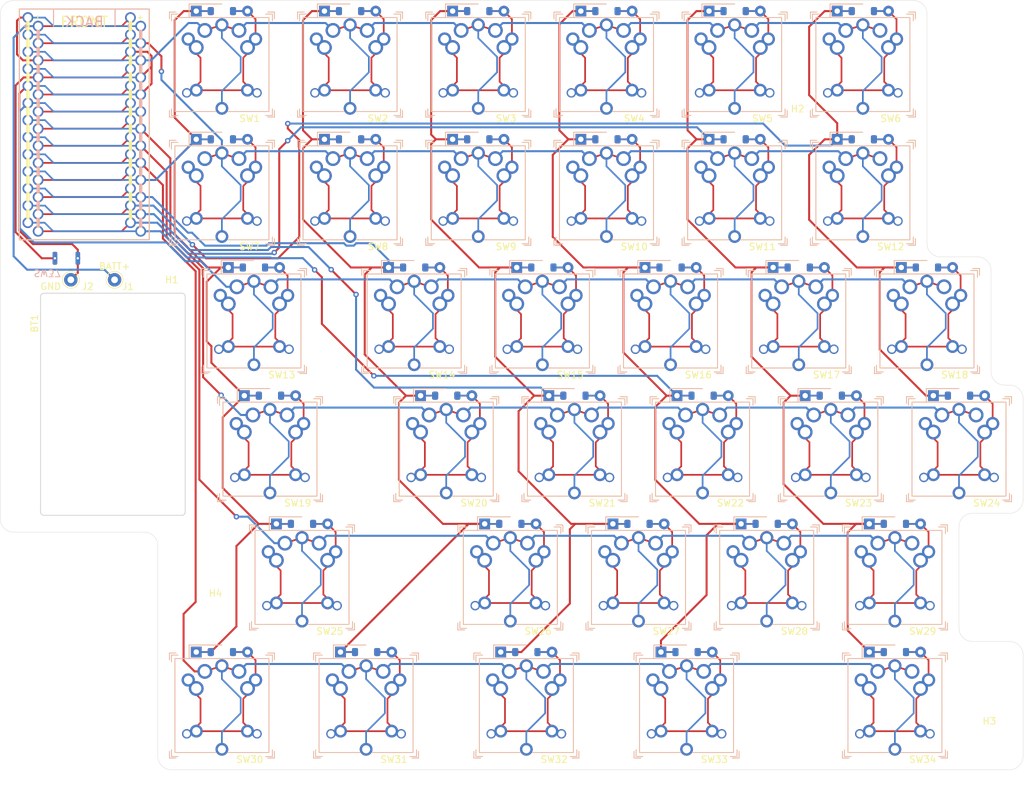
<source format=kicad_pcb>
(kicad_pcb (version 20240108) (generator "pcbnew") (generator_version "8.0")
  (layers (0 "F.Cu" signal) (31 "B.Cu" signal) (34 "B.Paste" user) (35 "F.Paste" user) (36 "B.SilkS" user "B.Silkscreen") (37 "F.SilkS" user "F.Silkscreen") (38 "B.Mask" user) (39 "F.Mask" user) (44 "Edge.Cuts" user))
  (net 0 "")
  (net 1 "/COL 5")
  (net 2 "/COL 4")
  (net 3 "/COL 3")
  (net 4 "/COL 2")
  (net 5 "/COL 1")
  (net 6 "/COL 0")
  (net 7 "/ROW 0")
  (net 8 "/ROW 1")
  (net 9 "/ROW 2")
  (net 10 "/ROW 4")
  (net 11 "/ROW 5")
  (net 12 "GND")
  (net 13 "Net-(U1-RST)")
  (net 14 "/ROW 3")
  (net 16 "+BATT")
  (net 19 "VCC")
  (footprint "Keyboard_CS:SW_UNIVERSAL_1.25u_PCB" (layer "F.Cu") (at 98.05095 121.0708)
    (property "Reference" "SW32")
    (property "Value" "~")
  )
  (footprint "Keyboard_CS:SW_UNIVERSAL_1.00u_PCB" (layer "F.Cu") (at 133.7697 102.0208)
    (property "Reference" "SW28")
    (property "Value" "~")
  )
  (footprint "Keyboard_CS:SW_UNIVERSAL_1.00u_PCB" (layer "F.Cu") (at 129.0072 44.8708)
    (property "Reference" "SW11")
    (property "Value" "~")
  )
  (footprint "Keyboard_CS:SW_UNIVERSAL_1.00u_PCB" (layer "F.Cu") (at 86.1447 82.9708)
    (property "Reference" "SW20")
    (property "Value" "~")
  )
  (footprint "Keyboard_CS:SW_UNIVERSAL_1.00u_PCB" (layer "F.Cu") (at 90.9072 44.8708)
    (property "Reference" "SW9")
    (property "Value" "~")
  )
  (footprint "Keyboard_CS:SW_UNIVERSAL_1.00u_PCB" (layer "F.Cu") (at 152.8197 102.0208)
    (property "Reference" "SW29")
    (property "Value" "~")
  )
  (footprint "Keyboard_CS:SW_UNIVERSAL_1.00u_PCB" (layer "F.Cu") (at 157.5822 63.9208)
    (property "Reference" "SW18")
    (property "Value" "~")
  )
  (footprint "Keyboard_CS:SW_UNIVERSAL_1.00u_PCB" (layer "F.Cu") (at 105.1947 82.9708)
    (property "Reference" "SW21")
    (property "Value" "~")
  )
  (footprint "Connector_Pin:Pin_D1.0mm_L10.0mm" (layer "F.Cu") (at 30.3582 57.7958)
    (property "Reference" "J2")
    (property "Value" "Conn_01x01_Pin")
  )
  (footprint "Keyboard_CS:SW_UNIVERSAL_1.00u_PCB" (layer "F.Cu") (at 90.9072 25.8208)
    (property "Reference" "SW3")
    (property "Value" "~")
  )
  (footprint "Keyboard_CS:SW_UNIVERSAL_2.00u_PCB" (layer "F.Cu") (at 152.8197 121.0708)
    (property "Reference" "SW34")
    (property "Value" "~")
  )
  (footprint "Keyboard_CS:SW_UNIVERSAL_1.00u_PCB" (layer "F.Cu") (at 81.3822 63.9208)
    (property "Reference" "SW14")
    (property "Value" "~")
  )
  (footprint "Keyboard_CS:SW_UNIVERSAL_1.00u_PCB" (layer "F.Cu") (at 109.9572 44.8708)
    (property "Reference" "SW10")
    (property "Value" "~")
  )
  (footprint "Keyboard_CS:SW_UNIVERSAL_1.00u_PCB" (layer "F.Cu") (at 100.4322 63.9208)
    (property "Reference" "SW15")
    (property "Value" "~")
  )
  (footprint "Keyboard_CS:SW_UNIVERSAL_1.00u_PCB" (layer "F.Cu") (at 114.7197 102.0208)
    (property "Reference" "SW27")
    (property "Value" "~")
  )
  (footprint "Keyboard_CS:SW_UNIVERSAL_1.00u_PCB" (layer "F.Cu") (at 71.8572 44.8708)
    (property "Reference" "SW8")
    (property "Value" "~")
  )
  (footprint "Keyboard_CS:SW_UNIVERSAL_1.25u_PCB" (layer "F.Cu") (at 121.86345 121.0708)
    (property "Reference" "SW33")
    (property "Value" "~")
  )
  (footprint "Keyboard_CS:SW_UNIVERSAL_1.00u_PCB" (layer "F.Cu") (at 52.8072 121.0708)
    (property "Reference" "SW30")
    (property "Value" "~")
  )
  (footprint "Keyboard_CS:SW_UNIVERSAL_1.00u_PCB" (layer "F.Cu") (at 109.9572 25.8208)
    (property "Reference" "SW4")
    (property "Value" "~")
  )
  (footprint "Keyboard_CS:SW_UNIVERSAL_2.25u_PCB" (layer "F.Cu") (at 64.71345 102.0208)
    (property "Reference" "SW25")
    (property "Value" "~")
  )
  (footprint "Keyboard_CS:SW_UNIVERSAL_1.00u_PCB" (layer "F.Cu") (at 138.5322 63.9208)
    (property "Reference" "SW17")
    (property "Value" "~")
  )
  (footprint "Keyboard_CS:SW_UNIVERSAL_1.00u_PCB" (layer "F.Cu") (at 95.6697 102.0208)
    (property "Reference" "SW26")
    (property "Value" "~")
  )
  (footprint "MountingHole:MountingHole_2.2mm_M2_DIN965" (layer "F.Cu") (at 51.8582 107.2958)
    (property "Reference" "H4")
    (property "Value" "MountingHole")
  )
  (footprint "MountingHole:MountingHole_2.2mm_M2_DIN965" (layer "F.Cu") (at 166.8582 126.2958)
    (property "Reference" "H3")
    (property "Value" "MountingHole")
  )
  (footprint "Keyboard_CS:SW_UNIVERSAL_1.00u_PCB" (layer "F.Cu") (at 148.0572 44.8708)
    (property "Reference" "SW12")
    (property "Value" "~")
  )
  (footprint "MountingHole:MountingHole_2.2mm_M2_DIN965" (layer "F.Cu") (at 41.8582 56.2958)
    (property "Reference" "H1")
    (property "Value" "MountingHole")
  )
  (footprint "Keyboard_CS:SW_UNIVERSAL_1.00u_PCB" (layer "F.Cu") (at 71.8572 25.8208)
    (property "Reference" "SW2")
    (property "Value" "~")
  )
  (footprint "Keyboard_CS:503020 battery hole" (layer "F.Cu") (at 25.8582 59.7958)
    (property "Reference" "BT1")
    (property "Value" "Battery_no_pin")
    (fp_line (start 0 32.5) (end 0 0.5) (stroke (width 0.12)) (layer "Edge.Cuts"))
    (fp_line (start 0.5 0) (end 21 0) (stroke (width 0.12)) (layer "Edge.Cuts"))
    (fp_line (start 21 33) (end 0.5 33) (stroke (width 0.12)) (layer "Edge.Cuts"))
    (fp_line (start 21.5 0.5) (end 21.5 32.5) (stroke (width 0.12)) (layer "Edge.Cuts"))
    (fp_arc (start 0 0.5) (mid 0.146447 0.146447) (end 0.5 0) (stroke (width 0.12)) (layer "Edge.Cuts"))
    (fp_arc (start 0.5 33) (mid 0.146447 32.853553) (end 0 32.5) (stroke (width 0.12)) (layer "Edge.Cuts"))
    (fp_arc (start 21 0) (mid 21.353553 0.146447) (end 21.5 0.5) (stroke (width 0.12)) (layer "Edge.Cuts"))
    (fp_arc (start 21.5 32.5) (mid 21.353553 32.853553) (end 21 33) (stroke (width 0.12)) (layer "Edge.Cuts"))
  )
  (footprint "Keyboard_CS:SW_UNIVERSAL_1.00u_PCB" (layer "F.Cu") (at 148.0572 25.8208)
    (property "Reference" "SW6")
    (property "Value" "~")
  )
  (footprint "Keyboard_CS:SW_UNIVERSAL_1.00u_PCB" (layer "F.Cu") (at 129.0072 25.8208)
    (property "Reference" "SW5")
    (property "Value" "~")
  )
  (footprint "Keyboard_CS:SW_UNIVERSAL_1.00u_PCB" (layer "F.Cu") (at 162.3447 82.9708)
    (property "Reference" "SW24")
    (property "Value" "~")
  )
  (footprint "Keyboard_CS:ProMicro_DUAL" (layer "F.Cu") (at 32.3602 35.3458 -90)
    (property "Reference" "U1" (hide yes))
    (property "Value" "~")
  )
  (footprint "Keyboard_CS:SW_UNIVERSAL_1.25u_PCB" (layer "F.Cu") (at 74.23845 121.0708)
    (property "Reference" "SW31")
    (property "Value" "~")
  )
  (footprint "Keyboard_CS:SW_UNIVERSAL_1.00u_PCB" (layer "F.Cu") (at 124.2447 82.9708)
    (property "Reference" "SW22")
    (property "Value" "~")
  )
  (footprint "Keyboard_CS:SW_UNIVERSAL_1.00u_PCB" (layer "F.Cu") (at 52.8072 25.8208)
    (property "Reference" "SW1")
    (property "Value" "~")
  )
  (footprint "Keyboard_CS:SW_UNIVERSAL_1.50u_PCB" (layer "F.Cu") (at 57.5697 63.9208)
    (property "Reference" "SW13")
    (property "Value" "~")
  )
  (footprint "Connector_Pin:Pin_D1.0mm_L10.0mm" (layer "F.Cu") (at 36.8582 57.7958)
    (property "Reference" "J1")
    (property "Value" "Conn_01x01_Pin")
  )
  (footprint "Keyboard_CS:SW_UNIVERSAL_1.00u_PCB" (layer "F.Cu") (at 119.4822 63.9208)
    (property "Reference" "SW16")
    (property "Value" "~")
  )
  (footprint "Keyboard_CS:SW_UNIVERSAL_1.00u_PCB" (layer "F.Cu") (at 143.2947 82.9708)
    (property "Reference" "SW23")
    (property "Value" "~")
  )
  (footprint "MountingHole:MountingHole_2.2mm_M2_DIN965" (layer "F.Cu") (at 138.3582 35.2958)
    (property "Reference" "H2")
    (property "Value" "MountingHole")
  )
  (footprint "Keyboard_CS:SW_UNIVERSAL_1.75u_PCB" (layer "F.Cu") (at 59.95095 82.9708)
    (property "Reference" "SW19")
    (property "Value" "~")
  )
  (footprint "Keyboard_CS:SW_UNIVERSAL_1.00u_PCB" (layer "F.Cu") (at 52.8072 44.8708)
    (property "Reference" "SW7")
    (property "Value" "~")
  )
  (footprint "Keyboard_CS:Reset_Switch" (layer "B.Cu") (at 29.6932 54.6008)
    (property "Reference" "SW37")
    (property "Value" "SW_Push")
  )
  (gr_line (start 162.3447 94.4958) (end 162.3447 109.5458) (stroke (width 0.05)) (layer "Edge.Cuts"))
  (gr_line (start 169.8697 73.4458) (end 169.1072 73.4458) (stroke (width 0.05)) (layer "Edge.Cuts"))
  (gr_arc (start 155.5822 16.2958) (mid 156.996414 16.881586) (end 157.5822 18.2958) (stroke (width 0.05)) (layer "Edge.Cuts"))
  (gr_line (start 45.2822 130.5958) (end 169.8697 130.5958) (stroke (width 0.05)) (layer "Edge.Cuts"))
  (gr_arc (start 171.8697 128.5958) (mid 171.283914 130.010014) (end 169.8697 130.5958) (stroke (width 0.05)) (layer "Edge.Cuts"))
  (gr_arc (start 41.2822 95.2958) (mid 42.696414 95.881586) (end 43.2822 97.2958) (stroke (width 0.05)) (layer "Edge.Cuts"))
  (gr_line (start 43.2822 128.5958) (end 43.2822 97.2958) (stroke (width 0.05)) (layer "Edge.Cuts"))
  (gr_arc (start 169.1072 73.4458) (mid 167.692986 72.860014) (end 167.1072 71.4458) (stroke (width 0.05)) (layer "Edge.Cuts"))
  (gr_arc (start 162.3447 94.4958) (mid 162.930486 93.081586) (end 164.3447 92.4958) (stroke (width 0.05)) (layer "Edge.Cuts"))
  (gr_arc (start 169.8697 73.4458) (mid 171.283914 74.031586) (end 171.8697 75.4458) (stroke (width 0.05)) (layer "Edge.Cuts"))
  (gr_line (start 21.8582 95.2958) (end 41.2822 95.2958) (stroke (width 0.05)) (layer "Edge.Cuts"))
  (gr_arc (start 164.3447 111.5458) (mid 162.930486 110.960014) (end 162.3447 109.5458) (stroke (width 0.05)) (layer "Edge.Cuts"))
  (gr_line (start 171.8697 113.5458) (end 171.8697 128.5958) (stroke (width 0.05)) (layer "Edge.Cuts"))
  (gr_line (start 157.5822 18.2958) (end 157.5822 52.3958) (stroke (width 0.05)) (layer "Edge.Cuts"))
  (gr_line (start 169.8697 92.4958) (end 164.3447 92.4958) (stroke (width 0.05)) (layer "Edge.Cuts"))
  (gr_arc (start 19.8582 18.2958) (mid 20.443986 16.881586) (end 21.8582 16.2958) (stroke (width 0.05)) (layer "Edge.Cuts"))
  (gr_arc (start 45.2822 130.5958) (mid 43.867986 130.010014) (end 43.2822 128.5958) (stroke (width 0.05)) (layer "Edge.Cuts"))
  (gr_line (start 167.1072 56.3958) (end 167.1072 71.4458) (stroke (width 0.05)) (layer "Edge.Cuts"))
  (gr_line (start 159.5822 54.3958) (end 165.1072 54.3958) (stroke (width 0.05)) (layer "Edge.Cuts"))
  (gr_line (start 19.8582 18.2958) (end 19.8582 93.2958) (stroke (width 0.05)) (layer "Edge.Cuts"))
  (gr_line (start 171.8697 75.4458) (end 171.8697 90.4958) (stroke (width 0.05)) (layer "Edge.Cuts"))
  (gr_arc (start 169.8697 111.5458) (mid 171.283914 112.131586) (end 171.8697 113.5458) (stroke (width 0.05)) (layer "Edge.Cuts"))
  (gr_arc (start 21.8582 95.2958) (mid 20.443986 94.710014) (end 19.8582 93.2958) (stroke (width 0.05)) (layer "Edge.Cuts"))
  (gr_arc (start 159.5822 54.3958) (mid 158.167986 53.810014) (end 157.5822 52.3958) (stroke (width 0.05)) (layer "Edge.Cuts"))
  (gr_line (start 155.5822 16.2958) (end 21.8582 16.2958) (stroke (width 0.05)) (layer "Edge.Cuts"))
  (gr_line (start 164.3447 111.5458) (end 169.8697 111.5458) (stroke (width 0.05)) (layer "Edge.Cuts"))
  (gr_arc (start 165.1072 54.3958) (mid 166.521414 54.981586) (end 167.1072 56.3958) (stroke (width 0.05)) (layer "Edge.Cuts"))
  (gr_arc (start 171.8697 90.4958) (mid 171.283914 91.910014) (end 169.8697 92.4958) (stroke (width 0.05)) (layer "Edge.Cuts"))
  (gr_text "GND" (at 27.3582 58.7958 0) (layer "F.SilkS") (effects (font (size 1 1))))
  (gr_text "BATT+" (at 36.8582 55.7958 0) (layer "F.SilkS") (effects (font (size 1 1))))
  (segment (start 150.5813 56.6697) (end 151.2802 55.9708) (width 0.3) (layer "F.Cu") (net 1))
  (segment (start 50.460425 54.602921) (end 61.141079 54.602921) (width 0.3) (layer "F.Cu") (net 1))
  (segment (start 142.3902 17.8708) (end 144.2472 17.8708) (width 0.3) (layer "F.Cu") (net 1))
  (segment (start 144.2472 34.5278) (end 140.0764 30.357) (width 0.3) (layer "F.Cu") (net 1))
  (segment (start 64.3023 51.4417) (end 64.3023 37.0269) (width 0.3) (layer "F.Cu") (net 1))
  (segment (start 62.6002 35.3248) (end 62.6002 34.5838) (width 0.3) (layer "F.Cu") (net 1))
  (segment (start 157.4347 75.0208) (end 150.5813 68.1674) (width 0.3) (layer "F.Cu") (net 1))
  (segment (start 140.0764 20.1846) (end 142.3902 17.8708) (width 0.3) (layer "F.Cu") (net 1))
  (segment (start 64.3023 37.0269) (end 62.6002 35.3248) (width 0.3) (layer "F.Cu") (net 1))
  (segment (start 140.0764 39.2346) (end 142.3902 36.9208) (width 0.3) (layer "F.Cu") (net 1))
  (segment (start 150.5813 68.1674) (end 150.5813 56.6697) (width 0.3) (layer "F.Cu") (net 1))
  (segment (start 140.0764 30.357) (end 140.0764 20.1846) (width 0.3) (layer "F.Cu") (net 1))
  (segment (start 48.432304 52.5748) (end 50.460425 54.602921) (width 0.3) (layer "F.Cu") (net 1))
  (segment (start 140.0764 48.8816) (end 140.0764 39.2346) (width 0.3) (layer "F.Cu") (net 1))
  (segment (start 144.2472 36.9208) (end 144.2472 34.5278) (width 0.3) (layer "F.Cu") (net 1))
  (segment (start 142.3902 36.9208) (end 144.2472 36.9208) (width 0.3) (layer "F.Cu") (net 1))
  (segment (start 61.141079 54.602921) (end 64.3023 51.4417) (width 0.3) (layer "F.Cu") (net 1))
  (segment (start 158.5347 75.0208) (end 157.4347 75.0208) (width 0.3) (layer "F.Cu") (net 1))
  (segment (start 153.7722 55.9708) (end 147.1656 55.9708) (width 0.3) (layer "F.Cu") (net 1))
  (segment (start 147.1656 55.9708) (end 140.0764 48.8816) (width 0.3) (layer "F.Cu") (net 1))
  (segment (start 151.2802 55.9708) (end 153.7722 55.9708) (width 0.3) (layer "F.Cu") (net 1))
  (via (at 62.6002 34.5838) (size 0.8) (drill 0.4) (layers "F.Cu" "B.Cu") (net 1))
  (via (at 48.432304 52.5748) (size 0.8) (drill 0.4) (layers "F.Cu" "B.Cu") (net 1))
  (segment (start 143.311079 37.856921) (end 144.2472 36.9208) (width 0.3) (layer "B.Cu") (net 1))
  (segment (start 48.432304 52.5748) (end 42.633304 46.7758) (width 0.3) (layer "B.Cu") (net 1))
  (segment (start 42.633304 46.7758) (end 39.2182 46.7758) (width 0.3) (layer "B.Cu") (net 1))
  (segment (start 62.6002 34.5838) (end 133.239826 34.5838) (width 0.3) (layer "B.Cu") (net 1))
  (segment (start 133.239826 34.5838) (end 136.512947 37.856921) (width 0.3) (layer "B.Cu") (net 1))
  (segment (start 136.512947 37.856921) (end 143.311079 37.856921) (width 0.3) (layer "B.Cu") (net 1))
  (segment (start 122.0063 38.2547) (end 122.0063 48.851192) (width 0.3) (layer "F.Cu") (net 2))
  (segment (start 131.5313 69.2419) (end 137.3102 75.0208) (width 0.3) (layer "F.Cu") (net 2))
  (segment (start 137.3102 75.0208) (end 136.2938 76.0372) (width 0.3) (layer "F.Cu") (net 2))
  (segment (start 129.125908 55.9708) (end 134.7222 55.9708) (width 0.3) (layer "F.Cu") (net 2))
  (segment (start 145.8188 95.3072) (end 145.8188 109.9299) (width 0.3) (layer "F.Cu") (net 2))
  (segment (start 132.2302 55.9708) (end 131.5313 56.6697) (width 0.3) (layer "F.Cu") (net 2))
  (segment (start 139.4847 75.0208) (end 137.3102 75.0208) (width 0.3) (layer "F.Cu") (net 2))
  (segment (start 125.1972 36.9208) (end 123.3402 36.9208) (width 0.3) (layer "F.Cu") (net 2))
  (segment (start 125.1972 17.8708) (end 123.3402 17.8708) (width 0.3) (layer "F.Cu") (net 2))
  (segment (start 61.3302 53.010741) (end 61.3302 38.3798) (width 0.3) (layer "F.Cu") (net 2))
  (segment (start 122.0063 48.851192) (end 129.125908 55.9708) (width 0.3) (layer "F.Cu") (net 2))
  (segment (start 123.3402 17.8708) (end 122.0063 19.2047) (width 0.3) (layer "F.Cu") (net 2))
  (segment (start 60.590468 53.750473) (end 61.3302 53.010741) (width 0.3) (layer "F.Cu") (net 2))
  (segment (start 61.3302 38.3798) (end 62.5862 37.1238) (width 0.3) (layer "F.Cu") (net 2))
  (segment (start 123.3402 36.9208) (end 122.0063 38.2547) (width 0.3) (layer "F.Cu") (net 2))
  (segment (start 136.2938 76.0372) (end 136.2938 88.1694) (width 0.3) (layer "F.Cu") (net 2))
  (segment (start 122.0063 19.2047) (end 122.0063 35.5869) (width 0.3) (layer "F.Cu") (net 2))
  (segment (start 145.8188 109.9299) (end 149.0097 113.1208) (width 0.3) (layer "F.Cu") (net 2))
  (segment (start 136.2938 88.1694) (end 142.1952 94.0708) (width 0.3) (layer "F.Cu") (net 2))
  (segment (start 142.1952 94.0708) (end 149.0097 94.0708) (width 0.3) (layer "F.Cu") (net 2))
  (segment (start 147.0552 94.0708) (end 145.8188 95.3072) (width 0.3) (layer "F.Cu") (net 2))
  (segment (start 134.7222 55.9708) (end 132.2302 55.9708) (width 0.3) (layer "F.Cu") (net 2))
  (segment (start 122.0063 35.5869) (end 123.3402 36.9208) (width 0.3) (layer "F.Cu") (net 2))
  (segment (start 149.0097 94.0708) (end 147.0552 94.0708) (width 0.3) (layer "F.Cu") (net 2))
  (segment (start 131.5313 56.6697) (end 131.5313 69.2419) (width 0.3) (layer "F.Cu") (net 2))
  (via (at 62.5862 37.1238) (size 0.8) (drill 0.4) (layers "F.Cu" "B.Cu") (net 2))
  (via (at 60.590468 53.750473) (size 0.8) (drill 0.4) (layers "F.Cu" "B.Cu") (net 2))
  (segment (start 62.5862 37.1238) (end 64.5722 35.1378) (width 0.3) (layer "B.Cu") (net 2))
  (segment (start 64.5722 35.1378) (end 123.4142 35.1378) (width 0.3) (layer "B.Cu") (net 2))
  (segment (start 60.590468 53.750473) (end 60.408141 53.9328) (width 0.3) (layer "B.Cu") (net 2))
  (segment (start 47.813094 53.9328) (end 43.196094 49.3158) (width 0.3) (layer "B.Cu") (net 2))
  (segment (start 123.4142 35.1378) (end 125.1972 36.9208) (width 0.3) (layer "B.Cu") (net 2))
  (segment (start 60.408141 53.9328) (end 47.813094 53.9328) (width 0.3) (layer "B.Cu") (net 2))
  (segment (start 43.196094 49.3158) (end 39.2182 49.3158) (width 0.3) (layer "B.Cu") (net 2))
  (segment (start 104.9252 17.8708) (end 106.1472 17.8708) (width 0.3) (layer "F.Cu") (net 3))
  (segment (start 112.4813 68.6069) (end 112.4813 56.6697) (width 0.3) (layer "F.Cu") (net 3))
  (segment (start 126.5152 94.0708) (end 129.9597 94.0708) (width 0.3) (layer "F.Cu") (net 3))
  (segment (start 129.9597 94.0708) (end 123.754304 94.0708) (width 0.3) (layer "F.Cu") (net 3))
  (segment (start 112.4813 56.6697) (end 113.1802 55.9708) (width 0.3) (layer "F.Cu") (net 3))
  (segment (start 118.05345 111.42255) (end 124.8364 104.6396) (width 0.3) (layer "F.Cu") (net 3))
  (segment (start 118.8952 75.0208) (end 112.4813 68.6069) (width 0.3) (layer "F.Cu") (net 3))
  (segment (start 106.5256 55.9708) (end 101.9764 51.4216) (width 0.3) (layer "F.Cu") (net 3))
  (segment (start 117.2164 87.532896) (end 117.2164 76.6996) (width 0.3) (layer "F.Cu") (net 3))
  (segment (start 67.6662 57.411656) (end 67.6662 64.345951) (width 0.3) (layer "F.Cu") (net 3))
  (segment (start 101.9764 39.2346) (end 104.2902 36.9208) (width 0.3) (layer "F.Cu") (net 3))
  (segment (start 123.754304 94.0708) (end 117.2164 87.532896) (width 0.3) (layer "F.Cu") (net 3))
  (segment (start 113.1802 55.9708) (end 115.6722 55.9708) (width 0.3) (layer "F.Cu") (net 3))
  (segment (start 124.8364 104.6396) (end 124.8364 95.7496) (width 0.3) (layer "F.Cu") (net 3))
  (segment (start 104.2902 36.9208) (end 102.9563 35.5869) (width 0.3) (layer "F.Cu") (net 3))
  (segment (start 115.6722 55.9708) (end 106.5256 55.9708) (width 0.3) (layer "F.Cu") (net 3))
  (segment (start 104.2902 36.9208) (end 106.1472 36.9208) (width 0.3) (layer "F.Cu") (net 3))
  (segment (start 66.584807 56.330263) (end 67.6662 57.411656) (width 0.3) (layer "F.Cu") (net 3))
  (segment (start 118.05345 113.1208) (end 118.05345 111.42255) (width 0.3) (layer "F.Cu") (net 3))
  (segment (start 67.6662 64.345951) (end 75.391866 72.071617) (width 0.3) (layer "F.Cu") (net 3))
  (segment (start 101.9764 51.4216) (end 101.9764 39.2346) (width 0.3) (layer "F.Cu") (net 3))
  (segment (start 124.8364 95.7496) (end 126.5152 94.0708) (width 0.3) (layer "F.Cu") (net 3))
  (segment (start 102.9563 19.8397) (end 104.9252 17.8708) (width 0.3) (layer "F.Cu") (net 3))
  (segment (start 117.2164 76.6996) (end 118.8952 75.0208) (width 0.3) (layer "F.Cu") (net 3))
  (segment (start 118.8952 75.0208) (end 120.4347 75.0208) (width 0.3) (layer "F.Cu") (net 3))
  (segment (start 102.9563 35.5869) (end 102.9563 19.8397) (width 0.3) (layer "F.Cu") (net 3))
  (via (at 75.391866 72.071617) (size 0.8) (drill 0.4) (layers "F.Cu" "B.Cu") (net 3))
  (via (at 66.584807 56.330263) (size 0.8) (drill 0.4) (layers "F.Cu" "B.Cu") (net 3))
  (segment (start 60.137246 54.5868) (end 64.841344 54.5868) (width 0.3) (layer "B.Cu") (net 3))
  (segment (start 47.58362 54.4868) (end 60.037246 54.4868) (width 0.3) (layer "B.Cu") (net 3))
  (segment (start 60.037246 54.4868) (end 60.137246 54.5868) (width 0.3) (layer "B.Cu") (net 3))
  (segment (start 43.682616 50.585796) (end 47.58362 54.4868) (width 0.3) (layer "B.Cu") (net 3))
  (segment (start 64.841344 54.5868) (end 66.584807 56.330263) (width 0.3) (layer "B.Cu") (net 3))
  (segment (start 117.485517 72.071617) (end 120.4347 75.0208) (width 0.3) (layer "B.Cu") (net 3))
  (segment (start 40.7422 50.585796) (end 43.682616 50.585796) (width 0.3) (layer "B.Cu") (net 3))
  (segment (start 75.391866 72.071617) (end 117.485517 72.071617) (width 0.3) (layer "B.Cu") (net 3))
  (segment (start 83.9063 48.851192) (end 91.025908 55.9708) (width 0.3) (layer "F.Cu") (net 4))
  (segment (start 104.5164 94.867808) (end 104.5164 105.9096) (width 0.3) (layer "F.Cu") (net 4))
  (segment (start 91.025908 55.9708) (end 96.6222 55.9708) (width 0.3) (layer "F.Cu") (net 4))
  (segment (start 94.1302 55.9708) (end 93.4313 56.6697) (width 0.3) (layer "F.Cu") (net 4))
  (segment (start 96.8964 77.3346) (end 96.8964 86.262896) (width 0.3) (layer "F.Cu") (net 4))
  (segment (start 93.4313 69.2419) (end 99.2102 75.0208) (width 0.3) (layer "F.Cu") (net 4))
  (segment (start 83.9063 37.6197) (end 83.9063 48.851192) (width 0.3) (layer "F.Cu") (net 4))
  (segment (start 87.0972 17.8708) (end 85.2402 17.8708) (width 0.3) (layer "F.Cu") (net 4))
  (segment (start 105.313408 94.0708) (end 104.5164 94.867808) (width 0.3) (layer "F.Cu") (net 4))
  (segment (start 69.0492 56.2868) (end 72.7462 59.9838) (width 0.3) (layer "F.Cu") (net 4))
  (segment (start 87.0972 36.9208) (end 84.6052 36.9208) (width 0.3) (layer "F.Cu") (net 4))
  (segment (start 104.5164 105.9096) (end 97.3052 113.1208) (width 0.3) (layer "F.Cu") (net 4))
  (segment (start 96.8964 86.262896) (end 104.704304 94.0708) (width 0.3) (layer "F.Cu") (net 4))
  (segment (start 101.3847 75.0208) (end 99.2102 75.0208) (width 0.3) (layer "F.Cu") (net 4))
  (segment (start 85.2402 17.8708) (end 83.9063 19.2047) (width 0.3) (layer "F.Cu") (net 4))
  (segment (start 99.2102 75.0208) (end 96.8964 77.3346) (width 0.3) (layer "F.Cu") (net 4))
  (segment (start 104.704304 94.0708) (end 105.313408 94.0708) (width 0.3) (layer "F.Cu") (net 4))
  (segment (start 105.313408 94.0708) (end 110.9097 94.0708) (width 0.3) (layer "F.Cu") (net 4))
  (segment (start 83.9063 36.2219) (end 84.6052 36.9208) (width 0.3) (layer "F.Cu") (net 4))
  (segment (start 83.9063 19.2047) (end 83.9063 36.2219) (width 0.3) (layer "F.Cu") (net 4))
  (segment (start 97.3052 113.1208) (end 96.40095 113.1208) (width 0.3) (layer "F.Cu") (net 4))
  (segment (start 96.6222 55.9708) (end 94.1302 55.9708) (width 0.3) (layer "F.Cu") (net 4))
  (segment (start 93.4313 56.6697) (end 93.4313 69.2419) (width 0.3) (layer "F.Cu") (net 4))
  (segment (start 84.6052 36.9208) (end 83.9063 37.6197) (width 0.3) (layer "F.Cu") (net 4))
  (via (at 69.0492 56.2868) (size 0.8) (drill 0.4) (layers "F.Cu" "B.Cu") (net 4))
  (via (at 72.7462 59.9838) (size 0.8) (drill 0.4) (layers "F.Cu" "B.Cu") (net 4))
  (segment (start 69.0492 56.2868) (end 65.690999 52.928599) (width 0.3) (layer "B.Cu") (net 4))
  (segment (start 72.7462 59.9838) (end 72.7462 71.14687) (width 0.3) (layer "B.Cu") (net 4))
  (segment (start 100.1807 73.8168) (end 101.3847 75.0208) (width 0.3) (layer "B.Cu") (net 4))
  (segment (start 72.7462 71.14687) (end 75.41613 73.8168) (width 0.3) (layer "B.Cu") (net 4))
  (segment (start 60.100902 52.928599) (end 59.650701 53.3788) (width 0.3) (layer "B.Cu") (net 4))
  (segment (start 65.690999 52.928599) (end 60.100902 52.928599) (width 0.3) (layer "B.Cu") (net 4))
  (segment (start 42.709564 48.045796) (end 40.7422 48.045796) (width 0.3) (layer "B.Cu") (net 4))
  (segment (start 48.042568 53.3788) (end 42.709564 48.045796) (width 0.3) (layer "B.Cu") (net 4))
  (segment (start 59.650701 53.3788) (end 48.042568 53.3788) (width 0.3) (layer "B.Cu") (net 4))
  (segment (start 75.41613 73.8168) (end 100.1807 73.8168) (width 0.3) (layer "B.Cu") (net 4))
  (segment (start 66.1902 17.8708) (end 68.0472 17.8708) (width 0.3) (layer "F.Cu") (net 5))
  (segment (start 64.8563 19.2047) (end 66.1902 17.8708) (width 0.3) (layer "F.Cu") (net 5))
  (segment (start 74.0364 57.0146) (end 75.0802 55.9708) (width 0.3) (layer "F.Cu") (net 5))
  (segment (start 80.1602 75.0208) (end 74.0364 68.897) (width 0.3) (layer "F.Cu") (net 5))
  (segment (start 71.975908 55.9708) (end 64.8563 48.851192) (width 0.3) (layer "F.Cu") (net 5))
  (segment (start 79.1164 87.532896) (end 79.1164 76.0646) (width 0.3) (layer "F.Cu") (net 5))
  (segment (start 64.8563 35.5869) (end 64.8563 19.2047) (width 0.3) (layer "F.Cu") (net 5))
  (segment (start 66.1902 36.9208) (end 64.8563 35.5869) (width 0.3) (layer "F.Cu") (net 5))
  (segment (start 79.1164 76.0646) (end 80.1602 75.0208) (width 0.3) (layer "F.Cu") (net 5))
  (segment (start 64.8563 48.851192) (end 64.8563 38.2547) (width 0.3) (layer "F.Cu") (net 5))
  (segment (start 85.654304 94.0708) (end 79.1164 87.532896) (width 0.3) (layer "F.Cu") (net 5))
  (segment (start 66.1902 36.9208) (end 68.0472 36.9208) (width 0.3) (layer "F.Cu") (net 5))
  (segment (start 80.1602 75.0208) (end 82.3347 75.0208) (width 0.3) (layer "F.Cu") (net 5))
  (segment (start 89.47845 94.0708) (end 91.8597 94.0708) (width 0.3) (layer "F.Cu") (net 5))
  (segment (start 77.5722 55.9708) (end 71.975908 55.9708) (width 0.3) (layer "F.Cu") (net 5))
  (segment (start 74.0364 68.897) (end 74.0364 57.0146) (width 0.3) (layer "F.Cu") (net 5))
  (segment (start 64.8563 38.2547) (end 66.1902 36.9208) (width 0.3) (layer "F.Cu") (net 5))
  (segment (start 91.8597 94.0708) (end 85.654304 94.0708) (width 0.3) (layer "F.Cu") (net 5))
  (segment (start 70.42845 113.1208) (end 89.47845 94.0708) (width 0.3) (layer "F.Cu") (net 5))
  (segment (start 75.0802 55.9708) (end 77.5722 55.9708) (width 0.3) (layer "F.Cu") (net 5))
  (segment (start 48.3582 50.7958) (end 50.2872 52.7248) (width 0.3) (layer "B.Cu") (net 5))
  (segment (start 71.296354 52.7248) (end 72.418046 52.7248) (width 0.3) (layer "B.Cu") (net 5))
  (segment (start 72.418046 52.7248) (end 72.779046 52.3638) (width 0.3) (layer "B.Cu") (net 5))
  (segment (start 50.2872 52.7248) (end 59.439772 52.7248) (width 0.3) (layer "B.Cu") (net 5))
  (segment (start 47.750908 50.7958) (end 48.3582 50.7958) (width 0.3) (layer "B.Cu") (net 5))
  (segment (start 70.935354 52.3638) (end 71.296354 52.7248) (width 0.3) (layer "B.Cu") (net 5))
  (segment (start 75.0882 52.3638) (end 77.5722 54.8478) (width 0.3) (layer "B.Cu") (net 5))
  (segment (start 72.779046 52.3638) (end 75.0882 52.3638) (width 0.3) (layer "B.Cu") (net 5))
  (segment (start 77.5722 54.8478) (end 77.5722 55.9708) (width 0.3) (layer "B.Cu") (net 5))
  (segment (start 40.7422 45.505796) (end 42.460904 45.505796) (width 0.3) (layer "B.Cu") (net 5))
  (segment (start 59.439772 52.7248) (end 59.800772 52.3638) (width 0.3) (layer "B.Cu") (net 5))
  (segment (start 42.460904 45.505796) (end 47.750908 50.7958) (width 0.3) (layer "B.Cu") (net 5))
  (segment (start 59.800772 52.3638) (end 70.935354 52.3638) (width 0.3) (layer "B.Cu") (net 5))
  (segment (start 56.14095 75.0208) (end 52.95005 78.2117) (width 0.3) (layer "F.Cu") (net 6))
  (segment (start 51.2457 67.663508) (end 51.2457 70.12555) (width 0.3) (layer "F.Cu") (net 6))
  (segment (start 48.9972 17.8708) (end 47.1402 17.8708) (width 0.3) (layer "F.Cu") (net 6))
  (segment (start 50.691276 55.9708) (end 53.7597 55.9708) (width 0.3) (layer "F.Cu") (net 6))
  (segment (start 50.5688 58.0617) (end 50.5688 66.986608) (width 0.3) (layer "F.Cu") (net 6))
  (segment (start 47.628304 52.907828) (end 50.691276 55.9708) (width 0.3) (layer "F.Cu") (net 6))
  (segment (start 58.2656 94.0708) (end 60.90345 94.0708) (width 0.3) (layer "F.Cu") (net 6))
  (segment (start 45.8063 19.2047) (end 45.8063 33.7299) (width 0.3) (layer "F.Cu") (net 6))
  (segment (start 48.9972 36.9208) (end 45.8063 40.1117) (width 0.3) (layer "F.Cu") (net 6))
  (segment (start 47.628304 52.878263) (end 47.628304 52.907828) (width 0.3) (layer "F.Cu") (net 6))
  (segment (start 53.7597 55.9708) (end 52.6597 55.9708) (width 0.3) (layer "F.Cu") (net 6))
  (segment (start 52.6597 55.9708) (end 50.5688 58.0617) (width 0.3) (layer "F.Cu") (net 6))
  (segment (start 47.1402 17.8708) (end 45.8063 19.2047) (width 0.3) (layer "F.Cu") (net 6))
  (segment (start 54.9662 97.3702) (end 54.9662 109.3118) (width 0.3) (layer "F.Cu") (net 6))
  (segment (start 58.2656 94.0708) (end 54.9662 97.3702) (width 0.3) (layer "F.Cu") (net 6))
  (segment (start 52.95005 78.2117) (end 52.95005 88.75525) (width 0.3) (layer "F.Cu") (net 6))
  (segment (start 51.2457 70.12555) (end 56.14095 75.0208) (width 0.3) (layer "F.Cu") (net 6))
  (segment (start 45.8063 40.1117) (end 45.8063 51.056259) (width 0.3) (layer "F.Cu") (net 6))
  (segment (start 52.95005 88.75525) (end 58.2656 94.0708) (width 0.3) (layer "F.Cu") (net 6))
  (segment (start 45.8063 33.7299) (end 48.9972 36.9208) (width 0.3) (layer "F.Cu") (net 6))
  (segment (start 45.8063 51.056259) (end 47.628304 52.878263) (width 0.3) (layer "F.Cu") (net 6))
  (segment (start 50.5688 66.986608) (end 51.2457 67.663508) (width 0.3) (layer "F.Cu") (net 6))
  (segment (start 54.9662 109.3118) (end 51.1572 113.1208) (width 0.3) (layer "F.Cu") (net 6))
  (segment (start 42.952204 42.965796) (end 48.9972 36.9208) (width 0.3) (layer "B.Cu") (net 6))
  (segment (start 40.7422 42.965796) (end 42.952204 42.965796) (width 0.3) (layer "B.Cu") (net 6))
  (segment (start 113.597199 19.640801) (end 125.367201 19.640801) (width 0.3) (layer "B.Cu") (net 7))
  (segment (start 56.447199 19.640801) (end 55.3472 20.7408) (width 0.3) (layer "B.Cu") (net 7))
  (segment (start 49.167201 19.640801) (end 50.2672 20.7408) (width 0.3) (layer "B.Cu") (net 7))
  (segment (start 94.547199 19.640801) (end 93.4472 20.7408) (width 0.3) (layer "B.Cu") (net 7))
  (segment (start 88.3672 20.7408) (end 87.267201 19.640801) (width 0.3) (layer "B.Cu") (net 7))
  (segment (start 125.367201 19.640801) (end 126.4672 20.7408) (width 0.3) (layer "B.Cu") (net 7))
  (segment (start 132.647199 19.640801) (end 131.5472 20.7408) (width 0.3) (layer "B.Cu") (net 7))
  (segment (start 87.267201 19.640801) (end 75.497199 19.640801) (width 0.3) (layer "B.Cu") (net 7))
  (segment (start 75.497199 19.640801) (end 74.3972 20.7408) (width 0.3) (layer "B.Cu") (net 7))
  (segment (start 47.843199 19.640801) (end 49.167201 19.640801) (width 0.3) (layer "B.Cu") (net 7))
  (segment (start 106.317201 19.640801) (end 94.547199 19.640801) (width 0.3) (layer "B.Cu") (net 7))
  (segment (start 145.5172 20.7408) (end 144.417201 19.640801) (width 0.3) (layer "B.Cu") (net 7))
  (segment (start 69.3172 20.7408) (end 68.217201 19.640801) (width 0.3) (layer "B.Cu") (net 7))
  (segment (start 40.7422 25.185796) (end 42.298204 25.185796) (width 0.3) (layer "B.Cu") (net 7))
  (segment (start 42.298204 25.185796) (end 47.843199 19.640801) (width 0.3) (layer "B.Cu") (net 7))
  (segment (start 107.4172 20.7408) (end 106.317201 19.640801) (width 0.3) (layer "B.Cu") (net 7))
  (segment (start 68.217201 19.640801) (end 56.447199 19.640801) (width 0.3) (layer "B.Cu") (net 7))
  (segment (start 144.417201 19.640801) (end 132.647199 19.640801) (width 0.3) (layer "B.Cu") (net 7))
  (segment (start 112.4972 20.7408) (end 113.597199 19.640801) (width 0.3) (layer "B.Cu") (net 7))
  (segment (start 43.8222 26.8368) (end 43.8222 24.594426) (width 0.3) (layer "F.Cu") (net 8))
  (segment (start 41.87357 22.645796) (end 40.7422 22.645796) (width 0.3) (layer "F.Cu") (net 8))
  (segment (start 43.8222 24.594426) (end 41.87357 22.645796) (width 0.3) (layer "F.Cu") (net 8))
  (via (at 43.8222 26.8368) (size 0.8) (drill 0.4) (layers "F.Cu" "B.Cu") (net 8))
  (segment (start 52.8072 37.075026) (end 43.8222 28.090026) (width 0.3) (layer "B.Cu") (net 8))
  (segment (start 125.367201 38.690801) (end 126.4672 39.7908) (width 0.3) (layer "B.Cu") (net 8))
  (segment (start 106.317201 38.690801) (end 107.4172 39.7908) (width 0.3) (layer "B.Cu") (net 8))
  (segment (start 113.597199 38.690801) (end 125.367201 38.690801) (width 0.3) (layer "B.Cu") (net 8))
  (segment (start 144.417201 38.690801) (end 145.5172 39.7908) (width 0.3) (layer "B.Cu") (net 8))
  (segment (start 132.647199 38.690801) (end 144.417201 38.690801) (width 0.3) (layer "B.Cu") (net 8))
  (segment (start 112.4972 39.7908) (end 113.597199 38.690801) (width 0.3) (layer "B.Cu") (net 8))
  (segment (start 87.267201 38.690801) (end 88.3672 39.7908) (width 0.3) (layer "B.Cu") (net 8))
  (segment (start 68.217201 38.690801) (end 69.3172 39.7908) (width 0.3) (layer "B.Cu") (net 8))
  (segment (start 74.3972 39.7908) (end 75.497199 38.690801) (width 0.3) (layer "B.Cu") (net 8))
  (segment (start 43.8222 28.090026) (end 43.8222 26.8368) (width 0.3) (layer "B.Cu") (net 8))
  (segment (start 52.8072 38.9708) (end 52.8072 37.075026) (width 0.3) (layer "B.Cu") (net 8))
  (segment (start 75.497199 38.690801) (end 87.267201 38.690801) (width 0.3) (layer "B.Cu") (net 8))
  (segment (start 55.3472 39.7908) (end 56.447199 38.690801) (width 0.3) (layer "B.Cu") (net 8))
  (segment (start 131.5472 39.7908) (end 132.647199 38.690801) (width 0.3) (layer "B.Cu") (net 8))
  (segment (start 56.447199 38.690801) (end 68.217201 38.690801) (width 0.3) (layer "B.Cu") (net 8))
  (segment (start 93.4472 39.7908) (end 94.547199 38.690801) (width 0.3) (layer "B.Cu") (net 8))
  (segment (start 94.547199 38.690801) (end 106.317201 38.690801) (width 0.3) (layer "B.Cu") (net 8))
  (segment (start 134.892201 57.740801) (end 123.122199 57.740801) (width 0.3) (layer "B.Cu") (net 9))
  (segment (start 78.8422 58.8408) (end 77.742201 57.740801) (width 0.3) (layer "B.Cu") (net 9))
  (segment (start 44.559146 52.2458) (end 47.354146 55.0408) (width 0.3) (layer "B.Cu") (net 9))
  (segment (start 47.354146 55.0408) (end 49.674066 55.0408) (width 0.3) (layer "B.Cu") (net 9))
  (segment (start 24.8582 52.2458) (end 44.559146 52.2458) (width 0.3) (layer "B.Cu") (net 9))
  (segment (start 96.792201 57.740801) (end 85.022199 57.740801) (width 0.3) (layer "B.Cu") (net 9))
  (segment (start 49.674066 55.0408) (end 53.474066 58.8408) (width 0.3) (layer "B.Cu") (net 9))
  (segment (start 53.474066 58.8408) (end 55.0297 58.8408) (width 0.3) (layer "B.Cu") (net 9))
  (segment (start 153.942201 57.740801) (end 142.172199 57.740801) (width 0.3) (layer "B.Cu") (net 9))
  (segment (start 22.7742 50.1618) (end 24.8582 52.2458) (width 0.3) (layer "B.Cu") (net 9))
  (segment (start 135.9922 58.8408) (end 134.892201 57.740801) (width 0.3) (layer "B.Cu") (net 9))
  (segment (start 123.122199 57.740801) (end 122.0222 58.8408) (width 0.3) (layer "B.Cu") (net 9))
  (segment (start 77.742201 57.740801) (end 61.209699 57.740801) (width 0.3) (layer "B.Cu") (net 9))
  (segment (start 22.7742 32.7398) (end 22.7742 50.1618) (width 0.3) (layer "B.Cu") (net 9))
  (segment (start 155.0422 58.8408) (end 153.942201 57.740801) (width 0.3) (layer "B.Cu") (net 9))
  (segment (start 40.7422 32.805796) (end 39.904914 32.805796) (width 0.3) (layer "B.Cu") (net 9))
  (segment (start 61.209699 57.740801) (end 60.1097 58.8408) (width 0.3) (layer "B.Cu") (net 9))
  (segment (start 116.9422 58.8408) (end 115.842201 57.740801) (width 0.3) (layer "B.Cu") (net 9))
  (segment (start 23.9782 31.5358) (end 22.7742 32.7398) (width 0.3) (layer "B.Cu") (net 9))
  (segment (start 85.022199 57.740801) (end 83.9222 58.8408) (width 0.3) (layer "B.Cu") (net 9))
  (segment (start 104.072199 57.740801) (end 102.9722 58.8408) (width 0.3) (layer "B.Cu") (net 9))
  (segment (start 97.8922 58.8408) (end 96.792201 57.740801) (width 0.3) (layer "B.Cu") (net 9))
  (segment (start 142.172199 57.740801) (end 141.0722 58.8408) (width 0.3) (layer "B.Cu") (net 9))
  (segment (start 115.842201 57.740801) (end 104.072199 57.740801) (width 0.3) (layer "B.Cu") (net 9))
  (segment (start 49.4608 87.4984) (end 54.9662 93.0038) (width 0.3) (layer "F.Cu") (net 10))
  (segment (start 44.597271 51.443743) (end 49.4608 56.307272) (width 0.3) (layer "F.Cu") (net 10))
  (segment (start 40.7422 37.885796) (end 44.597271 41.740867) (width 0.3) (layer "F.Cu") (net 10))
  (segment (start 49.4608 56.307272) (end 49.4608 87.4984) (width 0.3) (layer "F.Cu") (net 10))
  (segment (start 44.597271 41.740867) (end 44.597271 51.443743) (width 0.3) (layer "F.Cu") (net 10))
  (via (at 54.9662 93.0038) (size 0.8) (drill 0.4) (layers "F.Cu" "B.Cu") (net 10))
  (segment (start 111.079701 95.840801) (end 99.309699 95.840801) (width 0.3) (layer "B.Cu") (net 10))
  (segment (start 131.2297 96.9408) (end 130.129701 95.840801) (width 0.3) (layer "B.Cu") (net 10))
  (segment (start 137.409699 95.840801) (end 136.3097 96.9408) (width 0.3) (layer "B.Cu") (net 10))
  (segment (start 118.359699 95.840801) (end 117.2597 96.9408) (width 0.3) (layer "B.Cu") (net 10))
  (segment (start 68.353449 95.840801) (end 67.25345 96.9408) (width 0.3) (layer "B.Cu") (net 10))
  (segment (start 92.029701 95.840801) (end 68.353449 95.840801) (width 0.3) (layer "B.Cu") (net 10))
  (segment (start 149.179701 95.840801) (end 137.409699 95.840801) (width 0.3) (layer "B.Cu") (net 10))
  (segment (start 130.129701 95.840801) (end 118.359699 95.840801) (width 0.3) (layer "B.Cu") (net 10))
  (segment (start 60.6102 96.9408) (end 56.6732 93.0038) (width 0.3) (layer "B.Cu") (net 10))
  (segment (start 150.2797 96.9408) (end 149.179701 95.840801) (width 0.3) (layer "B.Cu") (net 10))
  (segment (start 62.17345 96.9408) (end 60.6102 96.9408) (width 0.3) (layer "B.Cu") (net 10))
  (segment (start 99.309699 95.840801) (end 98.2097 96.9408) (width 0.3) (layer "B.Cu") (net 10))
  (segment (start 112.1797 96.9408) (end 111.079701 95.840801) (width 0.3) (layer "B.Cu") (net 10))
  (segment (start 93.1297 96.9408) (end 92.029701 95.840801) (width 0.3) (layer "B.Cu") (net 10))
  (segment (start 56.6732 93.0038) (end 54.9662 93.0038) (width 0.3) (layer "B.Cu") (net 10))
  (segment (start 44.043271 51.673217) (end 48.9068 56.536746) (width 0.3) (layer "F.Cu") (net 11))
  (segment (start 47.113552 107.460448) (end 47.113552 114.365206) (width 0.3) (layer "F.Cu") (net 11))
  (segment (start 48.9068 105.6672) (end 47.113552 107.460448) (width 0.3) (layer "F.Cu") (net 11))
  (segment (start 44.043271 43.726867) (end 44.043271 51.673217) (width 0.3) (layer "F.Cu") (net 11))
  (segment (start 47.113552 114.365206) (end 48.739146 115.9908) (width 0.3) (layer "F.Cu") (net 11))
  (segment (start 48.9068 56.536746) (end 48.9068 105.6672) (width 0.3) (layer "F.Cu") (net 11))
  (segment (start 48.739146 115.9908) (end 50.2672 115.9908) (width 0.3) (layer "F.Cu") (net 11))
  (segment (start 40.7422 40.425796) (end 44.043271 43.726867) (width 0.3) (layer "F.Cu") (net 11))
  (segment (start 94.410951 114.890801) (end 95.51095 115.9908) (width 0.3) (layer "B.Cu") (net 11))
  (segment (start 124.40345 115.9908) (end 125.503449 114.890801) (width 0.3) (layer "B.Cu") (net 11))
  (segment (start 55.3472 115.9908) (end 56.447199 114.890801) (width 0.3) (layer "B.Cu") (net 11))
  (segment (start 101.690949 114.890801) (end 118.223451 114.890801) (width 0.3) (layer "B.Cu") (net 11))
  (segment (start 125.503449 114.890801) (end 149.179701 114.890801) (width 0.3) (layer "B.Cu") (net 11))
  (segment (start 77.878449 114.890801) (end 94.410951 114.890801) (width 0.3) (layer "B.Cu") (net 11))
  (segment (start 76.77845 115.9908) (end 77.878449 114.890801) (width 0.3) (layer "B.Cu") (net 11))
  (segment (start 118.223451 114.890801) (end 119.32345 115.9908) (width 0.3) (layer "B.Cu") (net 11))
  (segment (start 149.179701 114.890801) (end 150.2797 115.9908) (width 0.3) (layer "B.Cu") (net 11))
  (segment (start 56.447199 114.890801) (end 70.598451 114.890801) (width 0.3) (layer "B.Cu") (net 11))
  (segment (start 70.598451 114.890801) (end 71.69845 115.9908) (width 0.3) (layer "B.Cu") (net 11))
  (segment (start 100.59095 115.9908) (end 101.690949 114.890801) (width 0.3) (layer "B.Cu") (net 11))
  (segment (start 22.7082 50.484657) (end 22.7082 30.1248) (width 0.3) (layer "F.Cu") (net 12))
  (segment (start 31.3932 56.7608) (end 30.3582 57.7958) (width 0.3) (layer "F.Cu") (net 12))
  (segment (start 31.3932 54.6008) (end 31.3932 56.7608) (width 0.3) (layer "F.Cu") (net 12))
  (segment (start 41.7282 23.9158) (end 39.2182 23.9158) (width 0.3) (layer "F.Cu") (net 12))
  (segment (start 31.3932 54.6008) (end 31.3932 53.3308) (width 0.3) (layer "F.Cu") (net 12))
  (segment (start 30.5532 52.4908) (end 24.714343 52.4908) (width 0.3) (layer "F.Cu") (net 12))
  (segment (start 25.5022 25.185796) (end 23.248196 25.185796) (width 0.3) (layer "F.Cu") (net 12))
  (segment (start 42.3582 26.109796) (end 42.3582 24.8358) (width 0.3) (layer "F.Cu") (net 12))
  (segment (start 22.8182 18.8358) (end 23.9782 18.8358) (width 0.3) (layer "F.Cu") (net 12))
  (segment (start 42.3582 24.8358) (end 42.3582 24.5458) (width 0.3) (layer "F.Cu") (net 12))
  (segment (start 22.3582 19.2958) (end 22.8182 18.8358) (width 0.3) (layer "F.Cu") (net 12))
  (segment (start 40.7422 27.725796) (end 42.3582 26.109796) (width 0.3) (layer "F.Cu") (net 12))
  (segment (start 23.8372 28.9958) (end 23.9782 28.9958) (width 0.3) (layer "F.Cu") (net 12))
  (segment (start 42.3582 24.5458) (end 41.7282 23.9158) (width 0.3) (layer "F.Cu") (net 12))
  (segment (start 40.7422 30.265796) (end 42.3582 28.649796) (width 0.3) (layer "F.Cu") (net 12))
  (segment (start 24.714343 52.4908) (end 22.7082 50.484657) (width 0.3) (layer "F.Cu") (net 12))
  (segment (start 22.7082 30.1248) (end 23.8372 28.9958) (width 0.3) (layer "F.Cu") (net 12))
  (segment (start 22.3582 24.2958) (end 22.3582 19.2958) (width 0.3) (layer "F.Cu") (net 12))
  (segment (start 42.3582 28.649796) (end 42.3582 24.8358) (width 0.3) (layer "F.Cu") (net 12))
  (segment (start 23.248196 25.185796) (end 22.3582 24.2958) (width 0.3) (layer "F.Cu") (net 12))
  (segment (start 31.3932 53.3308) (end 30.5532 52.4908) (width 0.3) (layer "F.Cu") (net 12))
  (segment (start 22.1542 50.714131) (end 26.040869 54.6008) (width 0.3) (layer "F.Cu") (net 13))
  (segment (start 22.1542 28.9148) (end 22.1542 50.714131) (width 0.3) (layer "F.Cu") (net 13))
  (segment (start 23.343204 27.725796) (end 22.1542 28.9148) (width 0.3) (layer "F.Cu") (net 13))
  (segment (start 25.5022 27.725796) (end 23.343204 27.725796) (width 0.3) (layer "F.Cu") (net 13))
  (segment (start 26.040869 54.6008) (end 27.9932 54.6008) (width 0.3) (layer "F.Cu") (net 13))
  (segment (start 45.151271 39.754867) (end 40.7422 35.345796) (width 0.3) (layer "F.Cu") (net 14))
  (segment (start 52.699246 74.954754) (end 50.0148 72.270308) (width 0.3) (layer "F.Cu") (net 14))
  (segment (start 50.0148 72.270308) (end 50.0148 56.077798) (width 0.3) (layer "F.Cu") (net 14))
  (segment (start 45.151271 51.214269) (end 45.151271 39.754867) (width 0.3) (layer "F.Cu") (net 14))
  (segment (start 50.0148 56.077798) (end 45.151271 51.214269) (width 0.3) (layer "F.Cu") (net 14))
  (via (at 52.699246 74.954754) (size 0.8) (drill 0.4) (layers "F.Cu" "B.Cu") (net 14))
  (segment (start 139.654701 76.790801) (end 140.7547 77.8908) (width 0.3) (layer "B.Cu") (net 14))
  (segment (start 62.49095 77.8908) (end 63.590949 76.790801) (width 0.3) (layer "B.Cu") (net 14))
  (segment (start 89.784699 76.790801) (end 101.554701 76.790801) (width 0.3) (layer "B.Cu") (net 14))
  (segment (start 88.6847 77.8908) (end 89.784699 76.790801) (width 0.3) (layer "B.Cu") (net 14))
  (segment (start 145.8347 77.8908) (end 146.934699 76.790801) (width 0.3) (layer "B.Cu") (net 14))
  (segment (start 82.504701 76.790801) (end 83.6047 77.8908) (width 0.3) (layer "B.Cu") (net 14))
  (segment (start 126.7847 77.8908) (end 127.884699 76.790801) (width 0.3) (layer "B.Cu") (net 14))
  (segment (start 52.699246 74.954754) (end 55.635293 77.8908) (width 0.3) (layer "B.Cu") (net 14))
  (segment (start 107.7347 77.8908) (end 108.834699 76.790801) (width 0.3) (layer "B.Cu") (net 14))
  (segment (start 55.635293 77.8908) (end 57.41095 77.8908) (width 0.3) (layer "B.Cu") (net 14))
  (segment (start 120.604701 76.790801) (end 121.7047 77.8908) (width 0.3) (layer "B.Cu") (net 14))
  (segment (start 146.934699 76.790801) (end 158.704701 76.790801) (width 0.3) (layer "B.Cu") (net 14))
  (segment (start 101.554701 76.790801) (end 102.6547 77.8908) (width 0.3) (layer "B.Cu") (net 14))
  (segment (start 63.590949 76.790801) (end 82.504701 76.790801) (width 0.3) (layer "B.Cu") (net 14))
  (segment (start 127.884699 76.790801) (end 139.654701 76.790801) (width 0.3) (layer "B.Cu") (net 14))
  (segment (start 108.834699 76.790801) (end 120.604701 76.790801) (width 0.3) (layer "B.Cu") (net 14))
  (segment (start 158.704701 76.790801) (end 159.8047 77.8908) (width 0.3) (layer "B.Cu") (net 14))
  (segment (start 21.8582 54.2958) (end 21.8582 21.793086) (width 0.3) (layer "B.Cu") (net 16))
  (segment (start 35.3582 56.2958) (end 23.8582 56.2958) (width 0.3) (layer "B.Cu") (net 16))
  (segment (start 23.54549 20.105796) (end 25.5022 20.105796) (width 0.3) (layer "B.Cu") (net 16))
  (segment (start 21.8582 21.793086) (end 23.54549 20.105796) (width 0.3) (layer "B.Cu") (net 16))
  (segment (start 23.8582 56.2958) (end 21.8582 54.2958) (width 0.3) (layer "B.Cu") (net 16))
  (segment (start 36.8582 57.7958) (end 35.3582 56.2958) (width 0.3) (layer "B.Cu") (net 16))
)
</source>
